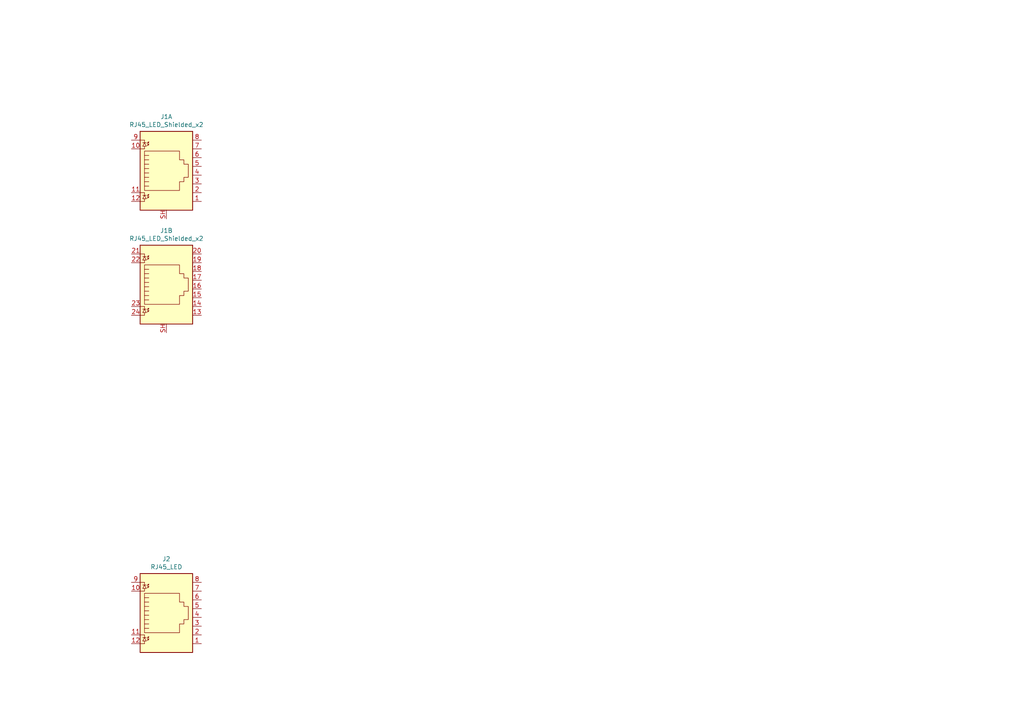
<source format=kicad_sch>
(kicad_sch (version 20211123) (generator eeschema)
  (paper "A4")
  (lib_symbols
    (symbol "Connector:RJ45_LED" (pin_names (offset 1.016))
      (property "Reference" "J" (at -5.08 13.97 0))
      (property "Value" "RJ45_LED" (at 1.27 13.97 0))
      (symbol "RJ45_LED_0_1"
        (polyline (pts (xy -7.62 -7.62) (xy -6.35 -7.62)))
        (polyline (pts (xy -7.62 -5.08) (xy -6.35 -5.08)))
        (polyline (pts (xy -7.62 7.62) (xy -6.35 7.62)))
        (polyline (pts (xy -7.62 10.16) (xy -6.35 10.16)))
        (polyline (pts (xy -6.858 -5.842) (xy -5.842 -5.842)))
        (polyline (pts (xy -6.858 9.398) (xy -5.842 9.398)))
        (polyline (pts (xy -6.35 -7.62) (xy -6.35 -6.858)))
        (polyline (pts (xy -6.35 -5.08) (xy -6.35 -5.842)))
        (polyline (pts (xy -6.35 7.62) (xy -6.35 8.382)))
        (polyline (pts (xy -6.35 10.16) (xy -6.35 9.398)))
        (polyline (pts (xy -5.08 -6.223) (xy -5.207 -6.604)))
        (polyline (pts (xy -5.08 -5.588) (xy -5.207 -5.969)))
        (polyline (pts (xy -5.08 4.445) (xy -6.35 4.445)))
        (polyline (pts (xy -5.08 5.715) (xy -6.35 5.715)))
        (polyline (pts (xy -5.08 9.017) (xy -5.207 8.636)))
        (polyline (pts (xy -5.08 9.652) (xy -5.207 9.271)))
        (polyline (pts (xy -6.35 -3.175) (xy -5.08 -3.175) (xy -5.08 -3.175)))
        (polyline (pts (xy -6.35 -1.905) (xy -5.08 -1.905) (xy -5.08 -1.905)))
        (polyline (pts (xy -6.35 -0.635) (xy -5.08 -0.635) (xy -5.08 -0.635)))
        (polyline (pts (xy -6.35 0.635) (xy -5.08 0.635) (xy -5.08 0.635)))
        (polyline (pts (xy -6.35 1.905) (xy -5.08 1.905) (xy -5.08 1.905)))
        (polyline (pts (xy -5.588 -6.731) (xy -5.08 -6.223) (xy -5.461 -6.35)))
        (polyline (pts (xy -5.588 -6.096) (xy -5.08 -5.588) (xy -5.461 -5.715)))
        (polyline (pts (xy -5.588 8.509) (xy -5.08 9.017) (xy -5.461 8.89)))
        (polyline (pts (xy -5.588 9.144) (xy -5.08 9.652) (xy -5.461 9.525)))
        (polyline (pts (xy -5.08 3.175) (xy -6.35 3.175) (xy -6.35 3.175)))
        (polyline (pts (xy -6.35 -5.842) (xy -6.858 -6.858) (xy -5.842 -6.858) (xy -6.35 -5.842)))
        (polyline (pts (xy -6.35 9.398) (xy -6.858 8.382) (xy -5.842 8.382) (xy -6.35 9.398)))
        (polyline (pts (xy -6.35 -4.445) (xy -6.35 6.985) (xy 3.81 6.985) (xy 3.81 4.445) (xy 5.08 4.445) (xy 5.08 3.175) (xy 6.35 3.175) (xy 6.35 -0.635) (xy 5.08 -0.635) (xy 5.08 -1.905) (xy 3.81 -1.905) (xy 3.81 -4.445) (xy -6.35 -4.445) (xy -6.35 -4.445)))
        (rectangle (start 7.62 12.7) (end -7.62 -10.16) (stroke (width 0.254)) (fill (type background)))
      )
      (symbol "RJ45_LED_1_1"
        (pin passive line (at 10.16 -7.62 180) (length 2.54) (name "~") (number "1"))
        (pin passive line (at -10.16 7.62 0) (length 2.54) (name "~") (number "10"))
        (pin passive line (at -10.16 -5.08 0) (length 2.54) (name "~") (number "11"))
        (pin passive line (at -10.16 -7.62 0) (length 2.54) (name "~") (number "12"))
        (pin passive line (at 10.16 -5.08 180) (length 2.54) (name "~") (number "2"))
        (pin passive line (at 10.16 -2.54 180) (length 2.54) (name "~") (number "3"))
        (pin passive line (at 10.16 0 180) (length 2.54) (name "~") (number "4"))
        (pin passive line (at 10.16 2.54 180) (length 2.54) (name "~") (number "5"))
        (pin passive line (at 10.16 5.08 180) (length 2.54) (name "~") (number "6"))
        (pin passive line (at 10.16 7.62 180) (length 2.54) (name "~") (number "7"))
        (pin passive line (at 10.16 10.16 180) (length 2.54) (name "~") (number "8"))
        (pin passive line (at -10.16 10.16 0) (length 2.54) (name "~") (number "9"))
      )
    )
    (symbol "Connector:RJ45_LED_Shielded_x2"
      (property "Reference" "J" (at -5.08 13.97 0))
      (property "Value" "RJ45_LED_Shielded_x2" (at 1.27 13.97 0))
      (symbol "RJ45_LED_Shielded_x2_0_1"
        (polyline (pts (xy -7.62 -7.62) (xy -6.35 -7.62)))
        (polyline (pts (xy -7.62 -5.08) (xy -6.35 -5.08)))
        (polyline (pts (xy -7.62 7.62) (xy -6.35 7.62)))
        (polyline (pts (xy -7.62 10.16) (xy -6.35 10.16)))
        (polyline (pts (xy -6.858 -5.842) (xy -5.842 -5.842)))
        (polyline (pts (xy -6.858 9.398) (xy -5.842 9.398)))
        (polyline (pts (xy -6.35 -7.62) (xy -6.35 -6.858)))
        (polyline (pts (xy -6.35 -5.08) (xy -6.35 -5.842)))
        (polyline (pts (xy -6.35 7.62) (xy -6.35 8.382)))
        (polyline (pts (xy -6.35 10.16) (xy -6.35 9.398)))
        (polyline (pts (xy -5.08 -6.223) (xy -5.207 -6.604)))
        (polyline (pts (xy -5.08 -5.588) (xy -5.207 -5.969)))
        (polyline (pts (xy -5.08 4.445) (xy -6.35 4.445)))
        (polyline (pts (xy -5.08 5.715) (xy -6.35 5.715)))
        (polyline (pts (xy -5.08 9.017) (xy -5.207 8.636)))
        (polyline (pts (xy -5.08 9.652) (xy -5.207 9.271)))
        (polyline (pts (xy -6.35 -3.175) (xy -5.08 -3.175) (xy -5.08 -3.175)))
        (polyline (pts (xy -6.35 -1.905) (xy -5.08 -1.905) (xy -5.08 -1.905)))
        (polyline (pts (xy -6.35 -0.635) (xy -5.08 -0.635) (xy -5.08 -0.635)))
        (polyline (pts (xy -6.35 0.635) (xy -5.08 0.635) (xy -5.08 0.635)))
        (polyline (pts (xy -6.35 1.905) (xy -5.08 1.905) (xy -5.08 1.905)))
        (polyline (pts (xy -5.588 -6.731) (xy -5.08 -6.223) (xy -5.461 -6.35)))
        (polyline (pts (xy -5.588 -6.096) (xy -5.08 -5.588) (xy -5.461 -5.715)))
        (polyline (pts (xy -5.588 8.509) (xy -5.08 9.017) (xy -5.461 8.89)))
        (polyline (pts (xy -5.588 9.144) (xy -5.08 9.652) (xy -5.461 9.525)))
        (polyline (pts (xy -5.08 3.175) (xy -6.35 3.175) (xy -6.35 3.175)))
        (polyline (pts (xy -6.35 -5.842) (xy -6.858 -6.858) (xy -5.842 -6.858) (xy -6.35 -5.842)))
        (polyline (pts (xy -6.35 9.398) (xy -6.858 8.382) (xy -5.842 8.382) (xy -6.35 9.398)))
        (polyline (pts (xy -6.35 -4.445) (xy -6.35 6.985) (xy 3.81 6.985) (xy 3.81 4.445) (xy 5.08 4.445) (xy 5.08 3.175) (xy 6.35 3.175) (xy 6.35 -0.635) (xy 5.08 -0.635) (xy 5.08 -1.905) (xy 3.81 -1.905) (xy 3.81 -4.445) (xy -6.35 -4.445) (xy -6.35 -4.445)))
        (rectangle (start 7.62 12.7) (end -7.62 -10.16) (stroke (width 0.254)) (fill (type background)))
      )
      (symbol "RJ45_LED_Shielded_x2_1_1"
        (pin passive line (at 10.16 -7.62 180) (length 2.54) (name "~") (number "1"))
        (pin passive line (at -10.16 7.62 0) (length 2.54) (name "~") (number "10"))
        (pin passive line (at -10.16 -5.08 0) (length 2.54) (name "~") (number "11"))
        (pin passive line (at -10.16 -7.62 0) (length 2.54) (name "~") (number "12"))
        (pin passive line (at 10.16 -5.08 180) (length 2.54) (name "~") (number "2"))
        (pin passive line (at 10.16 -2.54 180) (length 2.54) (name "~") (number "3"))
        (pin passive line (at 10.16 0 180) (length 2.54) (name "~") (number "4"))
        (pin passive line (at 10.16 2.54 180) (length 2.54) (name "~") (number "5"))
        (pin passive line (at 10.16 5.08 180) (length 2.54) (name "~") (number "6"))
        (pin passive line (at 10.16 7.62 180) (length 2.54) (name "~") (number "7"))
        (pin passive line (at 10.16 10.16 180) (length 2.54) (name "~") (number "8"))
        (pin passive line (at -10.16 10.16 0) (length 2.54) (name "~") (number "9"))
        (pin passive line (at 0 -12.7 90) (length 2.54) (name "~") (number "SH"))
      )
      (symbol "RJ45_LED_Shielded_x2_2_1"
        (pin passive line (at 10.16 -7.62 180) (length 2.54) (name "~") (number "13"))
        (pin passive line (at 10.16 -5.08 180) (length 2.54) (name "~") (number "14"))
        (pin passive line (at 10.16 -2.54 180) (length 2.54) (name "~") (number "15"))
        (pin passive line (at 10.16 0 180) (length 2.54) (name "~") (number "16"))
        (pin passive line (at 10.16 2.54 180) (length 2.54) (name "~") (number "17"))
        (pin passive line (at 10.16 5.08 180) (length 2.54) (name "~") (number "18"))
        (pin passive line (at 10.16 7.62 180) (length 2.54) (name "~") (number "19"))
        (pin passive line (at 10.16 10.16 180) (length 2.54) (name "~") (number "20"))
        (pin passive line (at -10.16 10.16 0) (length 2.54) (name "~") (number "21"))
        (pin passive line (at -10.16 7.62 0) (length 2.54) (name "~") (number "22"))
        (pin passive line (at -10.16 -5.08 0) (length 2.54) (name "~") (number "23"))
        (pin passive line (at -10.16 -7.62 0) (length 2.54) (name "~") (number "24"))
        (pin passive line (at 0 -12.7 90) (length 2.54) (name "~") (number "SH"))
      )
    )
  )
  (symbol (lib_id "Connector:RJ45_LED_Shielded_x2") (at 48.26 50.8 0) (unit 1)
    (property "Reference" "J1" (at 48.26 33.8582 0))
    (property "Value" "RJ45_LED_Shielded_x2" (at 48.26 36.1696 0))
    (property "Footprint" "Connector_RJ:RJ45_Amphenol_RJHSE538X-02" (effects hide))
  )
  (symbol (lib_id "Connector:RJ45_LED_Shielded_x2") (at 48.26 83.82 0) (unit 2)
    (property "Reference" "J1" (at 48.26 66.8782 0))
    (property "Value" "RJ45_LED_Shielded_x2" (at 48.26 69.1896 0))
    (property "Footprint" "Connector_RJ:RJ45_Amphenol_RJHSE538X-02" (effects hide))
  )
  (symbol (lib_id "Connector:RJ45_LED") (at 48.26 179.07 0) (unit 1)
    (property "Reference" "J2" (at 48.26 162.1282 0))
    (property "Value" "RJ45_LED" (at 48.26 164.4396 0))
    (property "Footprint" "Connector_RJ:RJ45_Amphenol_RJHSE538X" (effects hide))
  )
)
</source>
